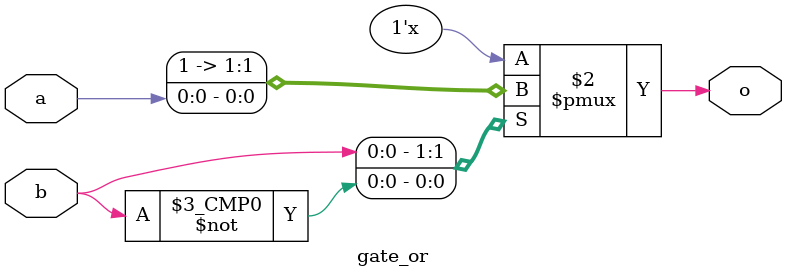
<source format=v>
module gate_or(
  input a,b,
  output reg o
);
    always @(*) begin
        case (b)
           1'b1 : o = 1'b1;
           1'b0 : o = a;
           endcase
        
    end
endmodule
</source>
